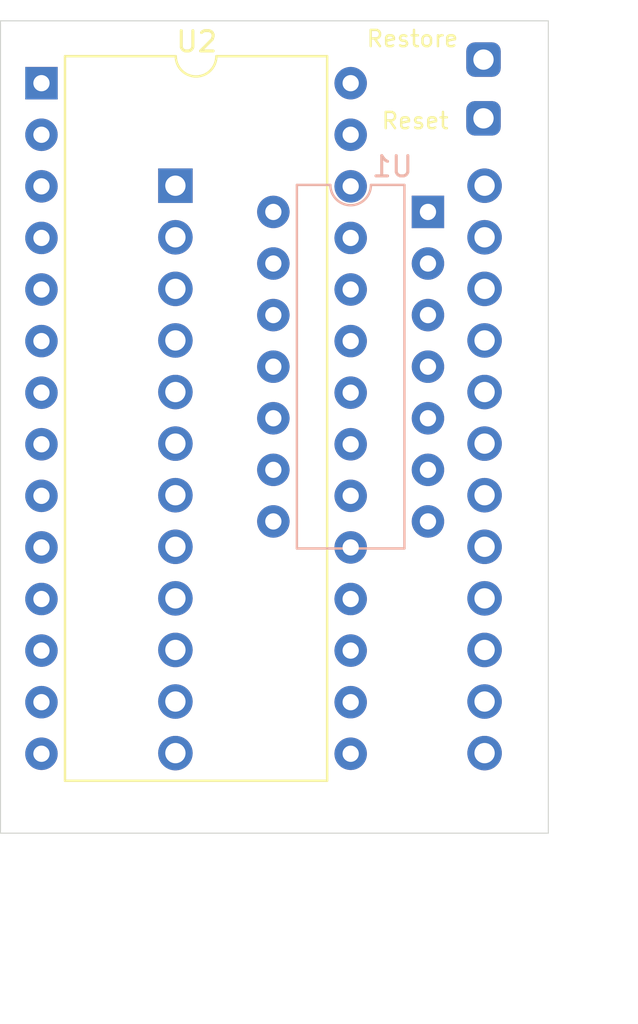
<source format=kicad_pcb>
(kicad_pcb (version 20171130) (host pcbnew "(5.1.9-17-gb76c5c9433)-1")

  (general
    (thickness 1.6)
    (drawings 4)
    (tracks 0)
    (zones 0)
    (modules 6)
    (nets 31)
  )

  (page A4)
  (layers
    (0 F.Cu signal)
    (31 B.Cu signal)
    (32 B.Adhes user)
    (33 F.Adhes user)
    (34 B.Paste user)
    (35 F.Paste user)
    (36 B.SilkS user)
    (37 F.SilkS user)
    (38 B.Mask user)
    (39 F.Mask user)
    (40 Dwgs.User user)
    (41 Cmts.User user)
    (42 Eco1.User user)
    (43 Eco2.User user)
    (44 Edge.Cuts user)
    (45 Margin user)
    (46 B.CrtYd user)
    (47 F.CrtYd user)
    (48 B.Fab user)
    (49 F.Fab user)
  )

  (setup
    (last_trace_width 0.25)
    (trace_clearance 0.2)
    (zone_clearance 0.508)
    (zone_45_only no)
    (trace_min 0.2)
    (via_size 0.8)
    (via_drill 0.4)
    (via_min_size 0.4)
    (via_min_drill 0.3)
    (uvia_size 0.3)
    (uvia_drill 0.1)
    (uvias_allowed no)
    (uvia_min_size 0.2)
    (uvia_min_drill 0.1)
    (edge_width 0.05)
    (segment_width 0.2)
    (pcb_text_width 0.3)
    (pcb_text_size 1.5 1.5)
    (mod_edge_width 0.12)
    (mod_text_size 1 1)
    (mod_text_width 0.15)
    (pad_size 1.7 1.7)
    (pad_drill 1)
    (pad_to_mask_clearance 0)
    (aux_axis_origin 0 0)
    (visible_elements 7FFFFFFF)
    (pcbplotparams
      (layerselection 0x010fc_ffffffff)
      (usegerberextensions false)
      (usegerberattributes true)
      (usegerberadvancedattributes true)
      (creategerberjobfile true)
      (excludeedgelayer true)
      (linewidth 0.100000)
      (plotframeref false)
      (viasonmask false)
      (mode 1)
      (useauxorigin false)
      (hpglpennumber 1)
      (hpglpenspeed 20)
      (hpglpendiameter 15.000000)
      (psnegative false)
      (psa4output false)
      (plotreference true)
      (plotvalue true)
      (plotinvisibletext false)
      (padsonsilk false)
      (subtractmaskfromsilk false)
      (outputformat 1)
      (mirror false)
      (drillshape 0)
      (scaleselection 1)
      (outputdirectory "Gerber_TSOP32ZIF/"))
  )

  (net 0 "")
  (net 1 /D2)
  (net 2 /D1)
  (net 3 /D0)
  (net 4 /A0)
  (net 5 /A1)
  (net 6 /A2)
  (net 7 /A3)
  (net 8 /A4)
  (net 9 /A5)
  (net 10 /A6)
  (net 11 /A7)
  (net 12 /A12)
  (net 13 /A13)
  (net 14 /A8)
  (net 15 /A9)
  (net 16 /A11)
  (net 17 /OE)
  (net 18 /A10)
  (net 19 /D7)
  (net 20 /D6)
  (net 21 /D5)
  (net 22 /D4)
  (net 23 /D3)
  (net 24 /GND)
  (net 25 /VCC)
  (net 26 "Net-(U1-Pad6)")
  (net 27 "Net-(U1-Pad9)")
  (net 28 "Net-(U1-Pad8)")
  (net 29 /RESET)
  (net 30 /RESTORE)

  (net_class Default "This is the default net class."
    (clearance 0.2)
    (trace_width 0.25)
    (via_dia 0.8)
    (via_drill 0.4)
    (uvia_dia 0.3)
    (uvia_drill 0.1)
    (add_net /A0)
    (add_net /A1)
    (add_net /A10)
    (add_net /A11)
    (add_net /A12)
    (add_net /A13)
    (add_net /A2)
    (add_net /A3)
    (add_net /A4)
    (add_net /A5)
    (add_net /A6)
    (add_net /A7)
    (add_net /A8)
    (add_net /A9)
    (add_net /D0)
    (add_net /D1)
    (add_net /D2)
    (add_net /D3)
    (add_net /D4)
    (add_net /D5)
    (add_net /D6)
    (add_net /D7)
    (add_net /GND)
    (add_net /OE)
    (add_net /RESET)
    (add_net /RESTORE)
    (add_net /VCC)
    (add_net "Net-(U1-Pad6)")
    (add_net "Net-(U1-Pad8)")
    (add_net "Net-(U1-Pad9)")
  )

  (module Custom_Connector:PinHeader_1x01_P2.54mm_Vertical_naked (layer F.Cu) (tedit 619C01E4) (tstamp 619C36AD)
    (at 153.61125 60.3275)
    (descr "Through hole straight pin header, 1x01, 2.54mm pitch, single row")
    (tags "Through hole pin header THT 1x01 2.54mm single row")
    (path /619F33B8)
    (fp_text reference Restore (at -3.50125 -1.02625) (layer F.SilkS)
      (effects (font (size 0.8 0.8) (thickness 0.12)))
    )
    (fp_text value Conn_01x01 (at 0 2.33) (layer F.Fab)
      (effects (font (size 1 1) (thickness 0.15)))
    )
    (fp_text user %R (at 0 0 90) (layer F.Fab)
      (effects (font (size 1 1) (thickness 0.15)))
    )
    (fp_line (start -0.635 -1.27) (end 1.27 -1.27) (layer F.Fab) (width 0.1))
    (fp_line (start 1.27 -1.27) (end 1.27 1.27) (layer F.Fab) (width 0.1))
    (fp_line (start 1.27 1.27) (end -1.27 1.27) (layer F.Fab) (width 0.1))
    (fp_line (start -1.27 1.27) (end -1.27 -0.635) (layer F.Fab) (width 0.1))
    (fp_line (start -1.27 -0.635) (end -0.635 -1.27) (layer F.Fab) (width 0.1))
    (pad 1 thru_hole roundrect (at 0 0) (size 1.7 1.7) (drill 1) (layers *.Cu *.Mask) (roundrect_rratio 0.25)
      (net 30 /RESTORE))
    (model ${KISYS3DMOD}/Connector_PinHeader_2.54mm.3dshapes/PinHeader_1x01_P2.54mm_Vertical.wrl
      (at (xyz 0 0 0))
      (scale (xyz 1 1 1))
      (rotate (xyz 0 0 0))
    )
  )

  (module Custom_Connector:PinHeader_1x12_P2.54mm_Vertical_1-12_naked (layer F.Cu) (tedit 619BFEA0) (tstamp 619C40EC)
    (at 138.42625 66.5375)
    (descr "Through hole straight pin header, 1x14, 2.54mm pitch, single row")
    (tags "Through hole pin header THT 1x14 2.54mm single row")
    (path /619C7580)
    (fp_text reference J1 (at 0 -2.33) (layer F.SilkS) hide
      (effects (font (size 1 1) (thickness 0.15)))
    )
    (fp_text value Conn_01x12 (at 0.0762 31.1404) (layer F.Fab)
      (effects (font (size 1 1) (thickness 0.15)))
    )
    (fp_text user %R (at 0 16.51 90) (layer F.Fab)
      (effects (font (size 1 1) (thickness 0.15)))
    )
    (fp_line (start -1.27 -0.635) (end -0.635 -1.27) (layer F.Fab) (width 0.1))
    (fp_line (start -1.27 29.1) (end -1.27 -0.635) (layer F.Fab) (width 0.1))
    (fp_line (start 1.27 29.1) (end -1.27 29.1) (layer F.Fab) (width 0.1))
    (fp_line (start 1.27 -1.27) (end 1.27 29.1) (layer F.Fab) (width 0.1))
    (fp_line (start -0.635 -1.27) (end 1.27 -1.27) (layer F.Fab) (width 0.1))
    (pad 12 thru_hole oval (at 0 27.94) (size 1.7 1.7) (drill 1) (layers *.Cu *.Mask)
      (net 24 /GND))
    (pad 11 thru_hole oval (at 0 25.4) (size 1.7 1.7) (drill 1) (layers *.Cu *.Mask)
      (net 1 /D2))
    (pad 10 thru_hole oval (at 0 22.86) (size 1.7 1.7) (drill 1) (layers *.Cu *.Mask)
      (net 2 /D1))
    (pad 9 thru_hole oval (at 0 20.32) (size 1.7 1.7) (drill 1) (layers *.Cu *.Mask)
      (net 3 /D0))
    (pad 8 thru_hole oval (at 0 17.78) (size 1.7 1.7) (drill 1) (layers *.Cu *.Mask)
      (net 4 /A0))
    (pad 7 thru_hole oval (at 0 15.24) (size 1.7 1.7) (drill 1) (layers *.Cu *.Mask)
      (net 5 /A1))
    (pad 6 thru_hole oval (at 0 12.7) (size 1.7 1.7) (drill 1) (layers *.Cu *.Mask)
      (net 6 /A2))
    (pad 5 thru_hole oval (at 0 10.16) (size 1.7 1.7) (drill 1) (layers *.Cu *.Mask)
      (net 7 /A3))
    (pad 4 thru_hole oval (at 0 7.62) (size 1.7 1.7) (drill 1) (layers *.Cu *.Mask)
      (net 8 /A4))
    (pad 3 thru_hole oval (at 0 5.08) (size 1.7 1.7) (drill 1) (layers *.Cu *.Mask)
      (net 9 /A5))
    (pad 2 thru_hole oval (at 0 2.54) (size 1.7 1.7) (drill 1) (layers *.Cu *.Mask)
      (net 10 /A6))
    (pad 1 thru_hole rect (at 0 0) (size 1.7 1.7) (drill 1) (layers *.Cu *.Mask)
      (net 11 /A7))
    (model ${KISYS3DMOD}/Connector_PinHeader_2.54mm.3dshapes/PinHeader_1x14_P2.54mm_Vertical.wrl
      (at (xyz 0 0 0))
      (scale (xyz 1 1 1))
      (rotate (xyz 0 0 0))
    )
  )

  (module Custom_Connector:PinHeader_1x12_P2.54mm_Vertical_13-24_naked (layer F.Cu) (tedit 619BFE69) (tstamp 619C4593)
    (at 153.665 66.5375)
    (descr "Through hole straight pin header, 1x16, 2.54mm pitch, single row")
    (tags "Through hole pin header THT 1x16 2.54mm single row")
    (path /619E0670)
    (fp_text reference J2 (at -0.0254 2.3622) (layer F.SilkS) hide
      (effects (font (size 1 1) (thickness 0.15)))
    )
    (fp_text value Conn_01x12_13-24 (at 0 40.43) (layer F.Fab)
      (effects (font (size 1 1) (thickness 0.15)))
    )
    (fp_text user %R (at 0 19.05 90) (layer F.Fab)
      (effects (font (size 1 1) (thickness 0.15)))
    )
    (fp_line (start -1.27 29.2) (end -1.27 -1.16) (layer F.Fab) (width 0.1))
    (fp_line (start 1.27 29.2) (end -1.27 29.2) (layer F.Fab) (width 0.1))
    (fp_line (start 1.27 -1.16) (end 1.27 29.2) (layer F.Fab) (width 0.1))
    (fp_line (start -1.27 -1.16) (end 1.27 -1.16) (layer F.Fab) (width 0.1))
    (pad 24 thru_hole oval (at 0 0) (size 1.7 1.7) (drill 1) (layers *.Cu *.Mask)
      (net 25 /VCC))
    (pad 23 thru_hole oval (at 0 2.54) (size 1.7 1.7) (drill 1) (layers *.Cu *.Mask)
      (net 14 /A8))
    (pad 22 thru_hole oval (at 0 5.08) (size 1.7 1.7) (drill 1) (layers *.Cu *.Mask)
      (net 15 /A9))
    (pad 21 thru_hole oval (at 0 7.62) (size 1.7 1.7) (drill 1) (layers *.Cu *.Mask)
      (net 12 /A12))
    (pad 20 thru_hole oval (at 0 10.16) (size 1.7 1.7) (drill 1) (layers *.Cu *.Mask)
      (net 17 /OE))
    (pad 19 thru_hole oval (at 0 12.7) (size 1.7 1.7) (drill 1) (layers *.Cu *.Mask)
      (net 18 /A10))
    (pad 18 thru_hole oval (at 0 15.24) (size 1.7 1.7) (drill 1) (layers *.Cu *.Mask)
      (net 16 /A11))
    (pad 17 thru_hole oval (at 0 17.78) (size 1.7 1.7) (drill 1) (layers *.Cu *.Mask)
      (net 19 /D7))
    (pad 16 thru_hole oval (at 0 20.32) (size 1.7 1.7) (drill 1) (layers *.Cu *.Mask)
      (net 20 /D6))
    (pad 15 thru_hole oval (at 0 22.86) (size 1.7 1.7) (drill 1) (layers *.Cu *.Mask)
      (net 21 /D5))
    (pad 14 thru_hole oval (at 0 25.4) (size 1.7 1.7) (drill 1) (layers *.Cu *.Mask)
      (net 22 /D4))
    (pad 13 thru_hole oval (at 0 27.94) (size 1.7 1.7) (drill 1) (layers *.Cu *.Mask)
      (net 23 /D3))
    (model ${KISYS3DMOD}/Connector_PinHeader_2.54mm.3dshapes/PinHeader_1x16_P2.54mm_Vertical.wrl
      (at (xyz 0 0 0))
      (scale (xyz 1 1 1))
      (rotate (xyz 0 0 0))
    )
  )

  (module Custom_Connector:PinHeader_1x01_P2.54mm_Vertical_naked (layer F.Cu) (tedit 619BF96E) (tstamp 619C36D3)
    (at 153.61125 63.22)
    (descr "Through hole straight pin header, 1x01, 2.54mm pitch, single row")
    (tags "Through hole pin header THT 1x01 2.54mm single row")
    (path /619F3E03)
    (fp_text reference Reset (at -3.36875 0.12) (layer F.SilkS)
      (effects (font (size 0.8 0.8) (thickness 0.12)))
    )
    (fp_text value Conn_01x01 (at 0 2.33) (layer F.Fab)
      (effects (font (size 1 1) (thickness 0.15)))
    )
    (fp_line (start -1.27 -0.635) (end -0.635 -1.27) (layer F.Fab) (width 0.1))
    (fp_line (start -1.27 1.27) (end -1.27 -0.635) (layer F.Fab) (width 0.1))
    (fp_line (start 1.27 1.27) (end -1.27 1.27) (layer F.Fab) (width 0.1))
    (fp_line (start 1.27 -1.27) (end 1.27 1.27) (layer F.Fab) (width 0.1))
    (fp_line (start -0.635 -1.27) (end 1.27 -1.27) (layer F.Fab) (width 0.1))
    (fp_text user %R (at 0 0 90) (layer F.Fab)
      (effects (font (size 1 1) (thickness 0.15)))
    )
    (pad 1 thru_hole roundrect (at 0 0) (size 1.7 1.7) (drill 1) (layers *.Cu *.Mask) (roundrect_rratio 0.25)
      (net 29 /RESET))
    (model ${KISYS3DMOD}/Connector_PinHeader_2.54mm.3dshapes/PinHeader_1x01_P2.54mm_Vertical.wrl
      (at (xyz 0 0 0))
      (scale (xyz 1 1 1))
      (rotate (xyz 0 0 0))
    )
  )

  (module Package_DIP:DIP-28_W15.24mm (layer F.Cu) (tedit 5A02E8C5) (tstamp 619C1556)
    (at 131.825 61.48875)
    (descr "28-lead though-hole mounted DIP package, row spacing 15.24 mm (600 mils)")
    (tags "THT DIP DIL PDIP 2.54mm 15.24mm 600mil")
    (path /619BCD7F)
    (fp_text reference U2 (at 7.6525 -2.0425) (layer F.SilkS)
      (effects (font (size 1 1) (thickness 0.15)))
    )
    (fp_text value 27C256 (at 7.62 35.35) (layer F.Fab)
      (effects (font (size 1 1) (thickness 0.15)))
    )
    (fp_line (start 1.255 -1.27) (end 14.985 -1.27) (layer F.Fab) (width 0.1))
    (fp_line (start 14.985 -1.27) (end 14.985 34.29) (layer F.Fab) (width 0.1))
    (fp_line (start 14.985 34.29) (end 0.255 34.29) (layer F.Fab) (width 0.1))
    (fp_line (start 0.255 34.29) (end 0.255 -0.27) (layer F.Fab) (width 0.1))
    (fp_line (start 0.255 -0.27) (end 1.255 -1.27) (layer F.Fab) (width 0.1))
    (fp_line (start 6.62 -1.33) (end 1.16 -1.33) (layer F.SilkS) (width 0.12))
    (fp_line (start 1.16 -1.33) (end 1.16 34.35) (layer F.SilkS) (width 0.12))
    (fp_line (start 1.16 34.35) (end 14.08 34.35) (layer F.SilkS) (width 0.12))
    (fp_line (start 14.08 34.35) (end 14.08 -1.33) (layer F.SilkS) (width 0.12))
    (fp_line (start 14.08 -1.33) (end 8.62 -1.33) (layer F.SilkS) (width 0.12))
    (fp_line (start -1.05 -1.55) (end -1.05 34.55) (layer F.CrtYd) (width 0.05))
    (fp_line (start -1.05 34.55) (end 16.3 34.55) (layer F.CrtYd) (width 0.05))
    (fp_line (start 16.3 34.55) (end 16.3 -1.55) (layer F.CrtYd) (width 0.05))
    (fp_line (start 16.3 -1.55) (end -1.05 -1.55) (layer F.CrtYd) (width 0.05))
    (fp_text user %R (at 7.62 16.51) (layer F.Fab)
      (effects (font (size 1 1) (thickness 0.15)))
    )
    (fp_arc (start 7.62 -1.33) (end 6.62 -1.33) (angle -180) (layer F.SilkS) (width 0.12))
    (pad 28 thru_hole oval (at 15.24 0) (size 1.6 1.6) (drill 0.8) (layers *.Cu *.Mask)
      (net 25 /VCC))
    (pad 14 thru_hole oval (at 0 33.02) (size 1.6 1.6) (drill 0.8) (layers *.Cu *.Mask)
      (net 24 /GND))
    (pad 27 thru_hole oval (at 15.24 2.54) (size 1.6 1.6) (drill 0.8) (layers *.Cu *.Mask)
      (net 25 /VCC))
    (pad 13 thru_hole oval (at 0 30.48) (size 1.6 1.6) (drill 0.8) (layers *.Cu *.Mask)
      (net 1 /D2))
    (pad 26 thru_hole oval (at 15.24 5.08) (size 1.6 1.6) (drill 0.8) (layers *.Cu *.Mask)
      (net 13 /A13))
    (pad 12 thru_hole oval (at 0 27.94) (size 1.6 1.6) (drill 0.8) (layers *.Cu *.Mask)
      (net 2 /D1))
    (pad 25 thru_hole oval (at 15.24 7.62) (size 1.6 1.6) (drill 0.8) (layers *.Cu *.Mask)
      (net 14 /A8))
    (pad 11 thru_hole oval (at 0 25.4) (size 1.6 1.6) (drill 0.8) (layers *.Cu *.Mask)
      (net 3 /D0))
    (pad 24 thru_hole oval (at 15.24 10.16) (size 1.6 1.6) (drill 0.8) (layers *.Cu *.Mask)
      (net 15 /A9))
    (pad 10 thru_hole oval (at 0 22.86) (size 1.6 1.6) (drill 0.8) (layers *.Cu *.Mask)
      (net 4 /A0))
    (pad 23 thru_hole oval (at 15.24 12.7) (size 1.6 1.6) (drill 0.8) (layers *.Cu *.Mask)
      (net 16 /A11))
    (pad 9 thru_hole oval (at 0 20.32) (size 1.6 1.6) (drill 0.8) (layers *.Cu *.Mask)
      (net 5 /A1))
    (pad 22 thru_hole oval (at 15.24 15.24) (size 1.6 1.6) (drill 0.8) (layers *.Cu *.Mask)
      (net 17 /OE))
    (pad 8 thru_hole oval (at 0 17.78) (size 1.6 1.6) (drill 0.8) (layers *.Cu *.Mask)
      (net 6 /A2))
    (pad 21 thru_hole oval (at 15.24 17.78) (size 1.6 1.6) (drill 0.8) (layers *.Cu *.Mask)
      (net 18 /A10))
    (pad 7 thru_hole oval (at 0 15.24) (size 1.6 1.6) (drill 0.8) (layers *.Cu *.Mask)
      (net 7 /A3))
    (pad 20 thru_hole oval (at 15.24 20.32) (size 1.6 1.6) (drill 0.8) (layers *.Cu *.Mask)
      (net 24 /GND))
    (pad 6 thru_hole oval (at 0 12.7) (size 1.6 1.6) (drill 0.8) (layers *.Cu *.Mask)
      (net 8 /A4))
    (pad 19 thru_hole oval (at 15.24 22.86) (size 1.6 1.6) (drill 0.8) (layers *.Cu *.Mask)
      (net 19 /D7))
    (pad 5 thru_hole oval (at 0 10.16) (size 1.6 1.6) (drill 0.8) (layers *.Cu *.Mask)
      (net 9 /A5))
    (pad 18 thru_hole oval (at 15.24 25.4) (size 1.6 1.6) (drill 0.8) (layers *.Cu *.Mask)
      (net 20 /D6))
    (pad 4 thru_hole oval (at 0 7.62) (size 1.6 1.6) (drill 0.8) (layers *.Cu *.Mask)
      (net 10 /A6))
    (pad 17 thru_hole oval (at 15.24 27.94) (size 1.6 1.6) (drill 0.8) (layers *.Cu *.Mask)
      (net 21 /D5))
    (pad 3 thru_hole oval (at 0 5.08) (size 1.6 1.6) (drill 0.8) (layers *.Cu *.Mask)
      (net 11 /A7))
    (pad 16 thru_hole oval (at 15.24 30.48) (size 1.6 1.6) (drill 0.8) (layers *.Cu *.Mask)
      (net 22 /D4))
    (pad 2 thru_hole oval (at 0 2.54) (size 1.6 1.6) (drill 0.8) (layers *.Cu *.Mask)
      (net 12 /A12))
    (pad 15 thru_hole oval (at 15.24 33.02) (size 1.6 1.6) (drill 0.8) (layers *.Cu *.Mask)
      (net 23 /D3))
    (pad 1 thru_hole rect (at 0 0) (size 1.6 1.6) (drill 0.8) (layers *.Cu *.Mask)
      (net 25 /VCC))
    (model ${KISYS3DMOD}/Package_DIP.3dshapes/DIP-28_W15.24mm.wrl
      (at (xyz 0 0 0))
      (scale (xyz 1 1 1))
      (rotate (xyz 0 0 0))
    )
  )

  (module Package_DIP:DIP-14_W7.62mm (layer B.Cu) (tedit 5A02E8C5) (tstamp 619C1526)
    (at 150.87375 67.82875 180)
    (descr "14-lead though-hole mounted DIP package, row spacing 7.62 mm (300 mils)")
    (tags "THT DIP DIL PDIP 2.54mm 7.62mm 300mil")
    (path /619BE7D7)
    (fp_text reference U1 (at 1.75375 2.23) (layer B.SilkS)
      (effects (font (size 1 1) (thickness 0.15)) (justify mirror))
    )
    (fp_text value 74HC74 (at 3.81 -17.57) (layer B.Fab)
      (effects (font (size 1 1) (thickness 0.15)) (justify mirror))
    )
    (fp_line (start 1.635 1.27) (end 6.985 1.27) (layer B.Fab) (width 0.1))
    (fp_line (start 6.985 1.27) (end 6.985 -16.51) (layer B.Fab) (width 0.1))
    (fp_line (start 6.985 -16.51) (end 0.635 -16.51) (layer B.Fab) (width 0.1))
    (fp_line (start 0.635 -16.51) (end 0.635 0.27) (layer B.Fab) (width 0.1))
    (fp_line (start 0.635 0.27) (end 1.635 1.27) (layer B.Fab) (width 0.1))
    (fp_line (start 2.81 1.33) (end 1.16 1.33) (layer B.SilkS) (width 0.12))
    (fp_line (start 1.16 1.33) (end 1.16 -16.57) (layer B.SilkS) (width 0.12))
    (fp_line (start 1.16 -16.57) (end 6.46 -16.57) (layer B.SilkS) (width 0.12))
    (fp_line (start 6.46 -16.57) (end 6.46 1.33) (layer B.SilkS) (width 0.12))
    (fp_line (start 6.46 1.33) (end 4.81 1.33) (layer B.SilkS) (width 0.12))
    (fp_line (start -1.1 1.55) (end -1.1 -16.8) (layer B.CrtYd) (width 0.05))
    (fp_line (start -1.1 -16.8) (end 8.7 -16.8) (layer B.CrtYd) (width 0.05))
    (fp_line (start 8.7 -16.8) (end 8.7 1.55) (layer B.CrtYd) (width 0.05))
    (fp_line (start 8.7 1.55) (end -1.1 1.55) (layer B.CrtYd) (width 0.05))
    (fp_text user %R (at 3.81 -7.62) (layer B.Fab)
      (effects (font (size 1 1) (thickness 0.15)) (justify mirror))
    )
    (fp_arc (start 3.81 1.33) (end 2.81 1.33) (angle 180) (layer B.SilkS) (width 0.12))
    (pad 14 thru_hole oval (at 7.62 0 180) (size 1.6 1.6) (drill 0.8) (layers *.Cu *.Mask)
      (net 25 /VCC))
    (pad 7 thru_hole oval (at 0 -15.24 180) (size 1.6 1.6) (drill 0.8) (layers *.Cu *.Mask)
      (net 24 /GND))
    (pad 13 thru_hole oval (at 7.62 -2.54 180) (size 1.6 1.6) (drill 0.8) (layers *.Cu *.Mask)
      (net 25 /VCC))
    (pad 6 thru_hole oval (at 0 -12.7 180) (size 1.6 1.6) (drill 0.8) (layers *.Cu *.Mask)
      (net 26 "Net-(U1-Pad6)"))
    (pad 12 thru_hole oval (at 7.62 -5.08 180) (size 1.6 1.6) (drill 0.8) (layers *.Cu *.Mask)
      (net 25 /VCC))
    (pad 5 thru_hole oval (at 0 -10.16 180) (size 1.6 1.6) (drill 0.8) (layers *.Cu *.Mask)
      (net 13 /A13))
    (pad 11 thru_hole oval (at 7.62 -7.62 180) (size 1.6 1.6) (drill 0.8) (layers *.Cu *.Mask)
      (net 25 /VCC))
    (pad 4 thru_hole oval (at 0 -7.62 180) (size 1.6 1.6) (drill 0.8) (layers *.Cu *.Mask)
      (net 25 /VCC))
    (pad 10 thru_hole oval (at 7.62 -10.16 180) (size 1.6 1.6) (drill 0.8) (layers *.Cu *.Mask)
      (net 25 /VCC))
    (pad 3 thru_hole oval (at 0 -5.08 180) (size 1.6 1.6) (drill 0.8) (layers *.Cu *.Mask)
      (net 29 /RESET))
    (pad 9 thru_hole oval (at 7.62 -12.7 180) (size 1.6 1.6) (drill 0.8) (layers *.Cu *.Mask)
      (net 27 "Net-(U1-Pad9)"))
    (pad 2 thru_hole oval (at 0 -2.54 180) (size 1.6 1.6) (drill 0.8) (layers *.Cu *.Mask)
      (net 30 /RESTORE))
    (pad 8 thru_hole oval (at 7.62 -15.24 180) (size 1.6 1.6) (drill 0.8) (layers *.Cu *.Mask)
      (net 28 "Net-(U1-Pad8)"))
    (pad 1 thru_hole rect (at 0 0 180) (size 1.6 1.6) (drill 0.8) (layers *.Cu *.Mask)
      (net 25 /VCC))
    (model ${KISYS3DMOD}/Package_DIP.3dshapes/DIP-14_W7.62mm.wrl
      (at (xyz 0 0 0))
      (scale (xyz 1 1 1))
      (rotate (xyz 0 0 0))
    )
  )

  (gr_line (start 156.80625 98.41875) (end 156.80625 58.41875) (layer Edge.Cuts) (width 0.05) (tstamp 619C45FE))
  (gr_line (start 129.80625 98.41875) (end 156.80625 98.41875) (layer Edge.Cuts) (width 0.05))
  (gr_line (start 129.80625 58.41875) (end 129.80625 98.41875) (layer Edge.Cuts) (width 0.05))
  (gr_line (start 129.80625 58.41875) (end 156.80625 58.41875) (layer Edge.Cuts) (width 0.05))

)

</source>
